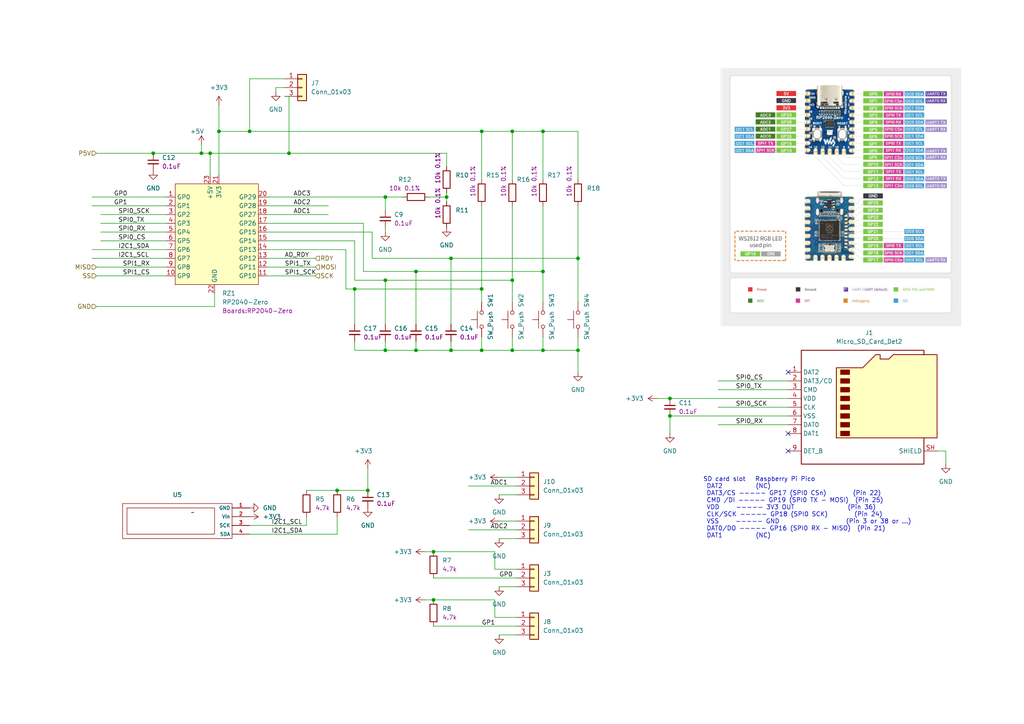
<source format=kicad_sch>
(kicad_sch (version 20230121) (generator eeschema)
  (paper "A4")
  (lib_symbols
    (symbol "Boards:0.91inchOled_32x128"
      (property "Reference" "U" (at -5.08 3.81 0))
      (symbol "0.91inchOled_32x128_0_1"
        (rectangle (start -25.4 2.54) (end 6.35 -7.62))
      )
      (symbol "0.91inchOled_32x128_1_0"
        (pin power_in line (at 11.43 1.27 180) (length 5.08) (name "GND") (number "1"))
        (pin power_in line (at 11.43 -1.27 180) (length 5.08) (name "Vin") (number "2"))
        (pin input line (at 11.43 -3.81 180) (length 5.08) (name "SCK") (number "3"))
        (pin bidirectional line (at 11.43 -6.35 180) (length 5.08) (name "SDA") (number "4"))
      )
      (symbol "0.91inchOled_32x128_1_1"
        (rectangle (start -24.13 1.27) (end 1.27 -6.35))
      )
    )
    (symbol "Boards:RP2040-Zero"
      (property "Reference" "RZ" (at 0 0 0))
      (property "Value" "RP2040-Zero" (at 0 -2.54 0))
      (property "Footprint" "Boards:RP2040-Zero" (at 17.78 -20.32 0))
      (symbol "RP2040-Zero_0_1"
        (rectangle (start -11.43 -15.24) (end 12.7 13.97) (fill (type background)))
      )
      (symbol "RP2040-Zero_1_1"
        (pin bidirectional line (at -13.97 10.16 0) (length 2.54) (name "GP0") (number "1"))
        (pin bidirectional line (at -13.97 -12.7 0) (length 2.54) (name "GP9") (number "10"))
        (pin bidirectional line (at 15.24 -12.7 180) (length 2.54) (name "GP10") (number "11"))
        (pin bidirectional line (at 15.24 -10.16 180) (length 2.54) (name "GP11") (number "12"))
        (pin bidirectional line (at 15.24 -7.62 180) (length 2.54) (name "GP12") (number "13"))
        (pin bidirectional line (at 15.24 -5.08 180) (length 2.54) (name "GP13") (number "14"))
        (pin bidirectional line (at 15.24 -2.54 180) (length 2.54) (name "GP14") (number "15"))
        (pin bidirectional line (at 15.24 0 180) (length 2.54) (name "GP15") (number "16"))
        (pin bidirectional line (at 15.24 2.54 180) (length 2.54) (name "GP26") (number "17"))
        (pin bidirectional line (at 15.24 5.08 180) (length 2.54) (name "GP27") (number "18"))
        (pin bidirectional line (at 15.24 7.62 180) (length 2.54) (name "GP28") (number "19"))
        (pin bidirectional line (at -13.97 7.62 0) (length 2.54) (name "GP1") (number "2"))
        (pin bidirectional line (at 15.24 10.16 180) (length 2.54) (name "GP29") (number "20"))
        (pin power_in line (at 1.27 16.51 270) (length 2.54) (name "3V3") (number "21"))
        (pin power_in line (at 0 -17.78 90) (length 2.54) (name "GND") (number "22"))
        (pin power_in line (at -1.27 16.51 270) (length 2.54) (name "+5V") (number "23"))
        (pin bidirectional line (at -13.97 5.08 0) (length 2.54) (name "GP2") (number "3"))
        (pin bidirectional line (at -13.97 2.54 0) (length 2.54) (name "GP3") (number "4"))
        (pin bidirectional line (at -13.97 0 0) (length 2.54) (name "GP4") (number "5"))
        (pin bidirectional line (at -13.97 -2.54 0) (length 2.54) (name "GP5") (number "6"))
        (pin bidirectional line (at -13.97 -5.08 0) (length 2.54) (name "GP6") (number "7"))
        (pin bidirectional line (at -13.97 -7.62 0) (length 2.54) (name "GP7") (number "8"))
        (pin bidirectional line (at -13.97 -10.16 0) (length 2.54) (name "GP8") (number "9"))
      )
    )
    (symbol "Connectors_local:Micro_SD_Card_Det2"
      (property "Reference" "J" (at -16.51 17.78 0))
      (property "Value" "Micro_SD_Card_Det2" (at 16.51 17.78 0))
      (symbol "Micro_SD_Card_Det2_0_1"
        (rectangle (start -7.62 -6.985) (end -5.08 -8.255) (stroke (width 0.254)) (fill (type outline)))
        (rectangle (start -7.62 -4.445) (end -5.08 -5.715) (stroke (width 0.254)) (fill (type outline)))
        (rectangle (start -7.62 -1.905) (end -5.08 -3.175) (stroke (width 0.254)) (fill (type outline)))
        (rectangle (start -7.62 0.635) (end -5.08 -0.635) (stroke (width 0.254)) (fill (type outline)))
        (rectangle (start -7.62 3.175) (end -5.08 1.905) (stroke (width 0.254)) (fill (type outline)))
        (rectangle (start -7.62 5.715) (end -5.08 4.445) (stroke (width 0.254)) (fill (type outline)))
        (rectangle (start -7.62 8.255) (end -5.08 6.985) (stroke (width 0.254)) (fill (type outline)))
        (rectangle (start -7.62 10.795) (end -5.08 9.525) (stroke (width 0.254)) (fill (type outline)))
        (polyline (pts (xy 16.51 15.24) (xy 16.51 16.51) (xy -19.05 16.51) (xy -19.05 -16.51) (xy 16.51 -16.51) (xy 16.51 -8.89)) (stroke (width 0.254)))
        (polyline (pts (xy -8.89 -8.89) (xy -8.89 11.43) (xy -1.27 11.43) (xy 2.54 15.24) (xy 3.81 15.24) (xy 3.81 13.97) (xy 6.35 13.97) (xy 7.62 15.24) (xy 20.32 15.24) (xy 20.32 -8.89) (xy -8.89 -8.89)) (stroke (width 0.254)) (fill (type background)))
      )
      (symbol "Micro_SD_Card_Det2_1_1"
        (pin bidirectional line (at -22.86 10.16 0) (length 3.81) (name "DAT2") (number "1"))
        (pin bidirectional line (at -22.86 7.62 0) (length 3.81) (name "DAT3/CD") (number "2"))
        (pin input line (at -22.86 5.08 0) (length 3.81) (name "CMD") (number "3"))
        (pin power_in line (at -22.86 2.54 0) (length 3.81) (name "VDD") (number "4"))
        (pin input line (at -22.86 0 0) (length 3.81) (name "CLK") (number "5"))
        (pin power_in line (at -22.86 -2.54 0) (length 3.81) (name "VSS") (number "6"))
        (pin bidirectional line (at -22.86 -5.08 0) (length 3.81) (name "DAT0") (number "7"))
        (pin bidirectional line (at -22.86 -7.62 0) (length 3.81) (name "DAT1") (number "8"))
        (pin passive line (at -22.86 -12.7 0) (length 3.81) (name "DET_B") (number "9"))
        (pin passive line (at 20.32 -12.7 180) (length 3.81) (name "SHIELD") (number "SH"))
      )
    )
    (symbol "PCM_4ms_Capacitor:100nF_0603_16V" (pin_numbers hide) (pin_names (offset 0.254) hide)
      (property "Reference" "C" (at 1.905 1.27 0))
      (property "Display" "0.1uF" (at 1.905 -1.27 0))
      (symbol "100nF_0603_16V_0_1"
        (polyline (pts (xy -1.524 -0.508) (xy 1.524 -0.508)) (stroke (width 0.3302)))
        (polyline (pts (xy -1.524 0.508) (xy 1.524 0.508)) (stroke (width 0.3048)))
      )
      (symbol "100nF_0603_16V_1_1"
        (pin passive line (at 0 2.54 270) (length 2.032) (name "~") (number "1"))
        (pin passive line (at 0 -2.54 90) (length 2.032) (name "~") (number "2"))
      )
    )
    (symbol "PCM_4ms_Connector:Conn_01x03" (pin_names (offset 1.016) hide)
      (property "Reference" "J" (at 0 5.08 0))
      (property "Value" "Conn_01x03" (at 0 -5.08 0))
      (symbol "Conn_01x03_1_1"
        (rectangle (start -1.27 -2.413) (end 0 -2.667) (stroke (width 0.1524)))
        (rectangle (start -1.27 0.127) (end 0 -0.127) (stroke (width 0.1524)))
        (rectangle (start -1.27 2.667) (end 0 2.413) (stroke (width 0.1524)))
        (rectangle (start -1.27 3.81) (end 1.27 -3.81) (stroke (width 0.254)) (fill (type background)))
        (pin passive line (at -5.08 2.54 0) (length 3.81) (name "Pin_1") (number "1"))
        (pin passive line (at -5.08 0 0) (length 3.81) (name "Pin_2") (number "2"))
        (pin passive line (at -5.08 -2.54 0) (length 3.81) (name "Pin_3") (number "3"))
      )
    )
    (symbol "PCM_4ms_Power-symbol:+3.3V" (power) (pin_names (offset 0))
      (property "Value" "+3.3V" (at 0 3.556 0))
      (symbol "+3.3V_0_1"
        (polyline (pts (xy -0.762 1.27) (xy 0 2.54)))
        (polyline (pts (xy 0 0) (xy 0 2.54)))
        (polyline (pts (xy 0 2.54) (xy 0.762 1.27)))
      )
      (symbol "+3.3V_1_1"
        (pin power_in line (at 0 0 90) (length 0) hide (name "+3V3") (number "1"))
      )
    )
    (symbol "PCM_4ms_Power-symbol:+5V" (power) (pin_names (offset 0))
      (property "Value" "+5V" (at 0 3.556 0))
      (symbol "+5V_0_1"
        (polyline (pts (xy -0.762 1.27) (xy 0 2.54)))
        (polyline (pts (xy 0 0) (xy 0 2.54)))
        (polyline (pts (xy 0 2.54) (xy 0.762 1.27)))
      )
      (symbol "+5V_1_1"
        (pin power_in line (at 0 0 90) (length 0) hide (name "+5V") (number "1"))
      )
    )
    (symbol "PCM_4ms_Power-symbol:GND" (power) (pin_names (offset 0))
      (property "Value" "GND" (at 0 -3.81 0))
      (symbol "GND_0_1"
        (polyline (pts (xy 0 0) (xy 0 -1.27) (xy 1.27 -1.27) (xy 0 -2.54) (xy -1.27 -1.27) (xy 0 -1.27)))
      )
      (symbol "GND_1_1"
        (pin power_in line (at 0 0 270) (length 0) hide (name "GND") (number "1"))
      )
    )
    (symbol "PCM_4ms_Resistor:10k_0603_0.1%" (pin_numbers hide) (pin_names (offset 0))
      (property "Reference" "R" (at 2.032 0 90))
      (property "Display" "10k 0.1%" (at 3.81 -4.445 90))
      (symbol "10k_0603_0.1%_0_1"
        (rectangle (start -1.016 -2.54) (end 1.016 2.54) (stroke (width 0.254)))
      )
      (symbol "10k_0603_0.1%_1_1"
        (pin passive line (at 0 3.81 270) (length 1.27) (name "~") (number "1"))
        (pin passive line (at 0 -3.81 90) (length 1.27) (name "~") (number "2"))
      )
    )
    (symbol "PCM_4ms_Resistor:4.7k_0603" (pin_numbers hide) (pin_names (offset 0))
      (property "Reference" "R" (at 2.032 0 90))
      (property "Display" "4.7k" (at 3.81 0 90))
      (symbol "4.7k_0603_0_1"
        (rectangle (start -1.016 -2.54) (end 1.016 2.54) (stroke (width 0.254)))
      )
      (symbol "4.7k_0603_1_1"
        (pin passive line (at 0 3.81 270) (length 1.27) (name "~") (number "1"))
        (pin passive line (at 0 -3.81 90) (length 1.27) (name "~") (number "2"))
      )
    )
    (symbol "Switch:SW_Push" (pin_numbers hide) (pin_names (offset 1.016) hide)
      (property "Reference" "SW" (at 1.27 2.54 0))
      (property "Value" "SW_Push" (at 0 -1.524 0))
      (symbol "SW_Push_0_1"
        (circle (center -2.032 0) (radius 0.508))
        (polyline (pts (xy 0 1.27) (xy 0 3.048)))
        (polyline (pts (xy 2.54 1.27) (xy -2.54 1.27)))
        (circle (center 2.032 0) (radius 0.508))
        (pin passive line (at -5.08 0 0) (length 2.54) (name "1") (number "1"))
        (pin passive line (at 5.08 0 180) (length 2.54) (name "2") (number "2"))
      )
    )
  )
  (junction (at 111.76 101.6))
  (junction (at 120.65 78.74))
  (junction (at 111.76 57.15))
  (junction (at 58.42 44.45))
  (junction (at 157.48 38.1))
  (junction (at 63.5 38.1))
  (junction (at 139.7 83.82))
  (junction (at 167.64 101.6))
  (junction (at 157.48 78.74))
  (junction (at 130.81 101.6))
  (junction (at 194.31 115.57))
  (junction (at 83.82 44.45))
  (junction (at 125.73 173.99))
  (junction (at 44.45 44.45))
  (junction (at 148.59 81.28))
  (junction (at 148.59 101.6))
  (junction (at 130.81 74.93))
  (junction (at 106.68 142.24))
  (junction (at 111.76 81.28))
  (junction (at 125.73 160.02))
  (junction (at 102.87 83.82))
  (junction (at 157.48 101.6))
  (junction (at 167.64 74.93))
  (junction (at 148.59 38.1))
  (junction (at 129.54 57.15))
  (junction (at 194.31 120.65))
  (junction (at 120.65 101.6))
  (junction (at 72.39 38.1))
  (junction (at 139.7 38.1))
  (junction (at 139.7 101.6))
  (junction (at 97.79 142.24))
  (junction (at 60.96 44.45))
  (no_connect (at 228.6 125.73))
  (no_connect (at 228.6 107.95))
  (no_connect (at 228.6 130.81))
  (wire (pts (xy 77.47 64.77) (xy 105.41 64.77)))
  (wire (pts (xy 135.89 153.67) (xy 149.86 153.67)))
  (wire (pts (xy 27.94 44.45) (xy 44.45 44.45)))
  (wire (pts (xy 102.87 83.82) (xy 139.7 83.82)))
  (wire (pts (xy 111.76 81.28) (xy 148.59 81.28)))
  (wire (pts (xy 77.47 74.93) (xy 91.44 74.93)))
  (wire (pts (xy 111.76 99.06) (xy 111.76 101.6)))
  (wire (pts (xy 26.67 72.39) (xy 48.26 72.39)))
  (wire (pts (xy 111.76 57.15) (xy 116.84 57.15)))
  (wire (pts (xy 130.81 101.6) (xy 139.7 101.6)))
  (wire (pts (xy 102.87 81.28) (xy 111.76 81.28)))
  (wire (pts (xy 62.23 88.9) (xy 62.23 85.09)))
  (wire (pts (xy 167.64 101.6) (xy 167.64 107.95)))
  (wire (pts (xy 77.47 72.39) (xy 100.33 72.39)))
  (wire (pts (xy 120.65 78.74) (xy 157.48 78.74)))
  (wire (pts (xy 27.94 80.01) (xy 48.26 80.01)))
  (wire (pts (xy 58.42 41.91) (xy 58.42 44.45)))
  (wire (pts (xy 125.73 173.99) (xy 143.51 173.99)))
  (wire (pts (xy 102.87 101.6) (xy 111.76 101.6)))
  (wire (pts (xy 123.19 173.99) (xy 125.73 173.99)))
  (wire (pts (xy 143.51 179.07) (xy 149.86 179.07)))
  (wire (pts (xy 143.51 173.99) (xy 143.51 179.07)))
  (wire (pts (xy 125.73 181.61) (xy 149.86 181.61)))
  (wire (pts (xy 60.96 44.45) (xy 60.96 50.8)))
  (wire (pts (xy 144.78 143.51) (xy 149.86 143.51)))
  (wire (pts (xy 77.47 57.15) (xy 111.76 57.15)))
  (wire (pts (xy 194.31 115.57) (xy 228.6 115.57)))
  (wire (pts (xy 100.33 83.82) (xy 102.87 83.82)))
  (wire (pts (xy 129.54 57.15) (xy 129.54 58.42)))
  (wire (pts (xy 63.5 30.48) (xy 63.5 38.1)))
  (wire (pts (xy 82.55 22.86) (xy 72.39 22.86)))
  (wire (pts (xy 130.81 99.06) (xy 130.81 101.6)))
  (wire (pts (xy 139.7 38.1) (xy 148.59 38.1)))
  (wire (pts (xy 77.47 69.85) (xy 102.87 69.85)))
  (wire (pts (xy 97.79 154.94) (xy 97.79 149.86)))
  (wire (pts (xy 167.64 74.93) (xy 167.64 87.63)))
  (wire (pts (xy 102.87 83.82) (xy 102.87 93.98)))
  (wire (pts (xy 63.5 38.1) (xy 63.5 50.8)))
  (wire (pts (xy 111.76 60.96) (xy 111.76 57.15)))
  (wire (pts (xy 125.73 160.02) (xy 143.51 160.02)))
  (wire (pts (xy 111.76 101.6) (xy 120.65 101.6)))
  (wire (pts (xy 228.6 120.65) (xy 194.31 120.65)))
  (wire (pts (xy 194.31 120.65) (xy 194.31 125.73)))
  (wire (pts (xy 271.78 130.81) (xy 274.32 130.81)))
  (wire (pts (xy 72.39 152.4) (xy 88.9 152.4)))
  (wire (pts (xy 111.76 66.04) (xy 111.76 67.31)))
  (wire (pts (xy 107.95 67.31) (xy 107.95 74.93)))
  (wire (pts (xy 63.5 38.1) (xy 72.39 38.1)))
  (wire (pts (xy 208.28 118.11) (xy 228.6 118.11)))
  (wire (pts (xy 148.59 101.6) (xy 157.48 101.6)))
  (wire (pts (xy 60.96 44.45) (xy 83.82 44.45)))
  (wire (pts (xy 139.7 97.79) (xy 139.7 101.6)))
  (wire (pts (xy 130.81 74.93) (xy 167.64 74.93)))
  (wire (pts (xy 129.54 55.88) (xy 129.54 57.15)))
  (wire (pts (xy 120.65 99.06) (xy 120.65 101.6)))
  (wire (pts (xy 208.28 113.03) (xy 228.6 113.03)))
  (wire (pts (xy 123.19 160.02) (xy 125.73 160.02)))
  (wire (pts (xy 72.39 22.86) (xy 72.39 38.1)))
  (wire (pts (xy 120.65 78.74) (xy 120.65 93.98)))
  (wire (pts (xy 83.82 27.94) (xy 83.82 44.45)))
  (wire (pts (xy 143.51 160.02) (xy 143.51 165.1)))
  (wire (pts (xy 106.68 135.89) (xy 106.68 142.24)))
  (wire (pts (xy 148.59 81.28) (xy 148.59 87.63)))
  (wire (pts (xy 77.47 67.31) (xy 107.95 67.31)))
  (wire (pts (xy 29.21 62.23) (xy 48.26 62.23)))
  (wire (pts (xy 167.64 97.79) (xy 167.64 101.6)))
  (wire (pts (xy 190.5 115.57) (xy 194.31 115.57)))
  (wire (pts (xy 44.45 44.45) (xy 58.42 44.45)))
  (wire (pts (xy 208.28 110.49) (xy 228.6 110.49)))
  (wire (pts (xy 167.64 59.69) (xy 167.64 74.93)))
  (wire (pts (xy 148.59 97.79) (xy 148.59 101.6)))
  (wire (pts (xy 105.41 78.74) (xy 120.65 78.74)))
  (wire (pts (xy 77.47 80.01) (xy 91.44 80.01)))
  (wire (pts (xy 130.81 74.93) (xy 130.81 93.98)))
  (wire (pts (xy 77.47 59.69) (xy 95.25 59.69)))
  (wire (pts (xy 88.9 142.24) (xy 97.79 142.24)))
  (wire (pts (xy 107.95 74.93) (xy 130.81 74.93)))
  (wire (pts (xy 26.67 74.93) (xy 48.26 74.93)))
  (wire (pts (xy 58.42 44.45) (xy 60.96 44.45)))
  (wire (pts (xy 120.65 101.6) (xy 130.81 101.6)))
  (wire (pts (xy 274.32 130.81) (xy 274.32 134.62)))
  (wire (pts (xy 129.54 44.45) (xy 129.54 48.26)))
  (wire (pts (xy 100.33 72.39) (xy 100.33 83.82)))
  (wire (pts (xy 144.78 184.15) (xy 149.86 184.15)))
  (wire (pts (xy 27.94 88.9) (xy 62.23 88.9)))
  (wire (pts (xy 27.94 77.47) (xy 48.26 77.47)))
  (wire (pts (xy 144.78 151.13) (xy 149.86 151.13)))
  (wire (pts (xy 144.78 138.43) (xy 149.86 138.43)))
  (wire (pts (xy 139.7 83.82) (xy 139.7 87.63)))
  (wire (pts (xy 111.76 81.28) (xy 111.76 93.98)))
  (wire (pts (xy 139.7 38.1) (xy 139.7 52.07)))
  (wire (pts (xy 144.78 170.18) (xy 149.86 170.18)))
  (wire (pts (xy 144.78 156.21) (xy 149.86 156.21)))
  (wire (pts (xy 77.47 62.23) (xy 95.25 62.23)))
  (wire (pts (xy 143.51 165.1) (xy 149.86 165.1)))
  (wire (pts (xy 48.26 64.77) (xy 29.21 64.77)))
  (wire (pts (xy 26.67 57.15) (xy 48.26 57.15)))
  (wire (pts (xy 157.48 59.69) (xy 157.48 78.74)))
  (wire (pts (xy 148.59 59.69) (xy 148.59 81.28)))
  (wire (pts (xy 82.55 27.94) (xy 83.82 27.94)))
  (wire (pts (xy 157.48 78.74) (xy 157.48 87.63)))
  (wire (pts (xy 105.41 64.77) (xy 105.41 78.74)))
  (wire (pts (xy 208.28 123.19) (xy 228.6 123.19)))
  (wire (pts (xy 157.48 101.6) (xy 167.64 101.6)))
  (wire (pts (xy 26.67 59.69) (xy 48.26 59.69)))
  (wire (pts (xy 135.89 140.97) (xy 149.86 140.97)))
  (wire (pts (xy 80.01 26.67) (xy 80.01 25.4)))
  (wire (pts (xy 157.48 38.1) (xy 167.64 38.1)))
  (wire (pts (xy 102.87 69.85) (xy 102.87 81.28)))
  (wire (pts (xy 80.01 25.4) (xy 82.55 25.4)))
  (wire (pts (xy 157.48 38.1) (xy 157.48 52.07)))
  (wire (pts (xy 29.21 69.85) (xy 48.26 69.85)))
  (wire (pts (xy 157.48 97.79) (xy 157.48 101.6)))
  (wire (pts (xy 125.73 167.64) (xy 149.86 167.64)))
  (wire (pts (xy 124.46 57.15) (xy 129.54 57.15)))
  (wire (pts (xy 88.9 149.86) (xy 88.9 152.4)))
  (wire (pts (xy 29.21 67.31) (xy 48.26 67.31)))
  (wire (pts (xy 83.82 44.45) (xy 129.54 44.45)))
  (wire (pts (xy 139.7 59.69) (xy 139.7 83.82)))
  (wire (pts (xy 102.87 99.06) (xy 102.87 101.6)))
  (wire (pts (xy 148.59 38.1) (xy 148.59 52.07)))
  (wire (pts (xy 148.59 38.1) (xy 157.48 38.1)))
  (wire (pts (xy 167.64 38.1) (xy 167.64 52.07)))
  (wire (pts (xy 106.68 142.24) (xy 97.79 142.24)))
  (wire (pts (xy 139.7 101.6) (xy 148.59 101.6)))
  (wire (pts (xy 72.39 154.94) (xy 97.79 154.94)))
  (wire (pts (xy 77.47 77.47) (xy 91.44 77.47)))
  (wire (pts (xy 72.39 38.1) (xy 139.7 38.1)))
  (image (at 243.84 57.15) (scale 0.916669))
  (text "      SD card slot   Raspberry Pi Pico\n       DAT2          (NC)\n       DAT3/CS ----- GP17 (SPI0 CSn)        (Pin 22)\n       CMD /DI ----- GP19 (SPI0 TX - MOSI)  (Pin 25)\n       VDD     ----- 3V3 OUT                (Pin 36)\n       CLK/SCK ----- GP18 (SPI0 SCK)        (Pin 24)\n       VSS     ----- GND                    (Pin 3 or 38 or ...)\n       DAT0/DO ----- GP16 (SPI0 RX - MISO)  (Pin 21)\n       DAT1          (NC)" (at 198.12 156.21 0) (effects (font (size 1.27 1.27)) (justify left bottom)))
  (label "GP0" (at 144.78 167.64 0))
  (label "GP1" (at 139.7 181.61 0))
  (label "SPI0_TX" (at 34.29 64.77 0))
  (label "SPI0_SCK" (at 213.36 118.11 0))
  (label "SPI0_TX" (at 213.36 113.03 0))
  (label "I2C1_SDA" (at 34.29 72.39 0))
  (label "GP1" (at 33.02 59.69 0))
  (label "I2C1_SDA" (at 78.74 154.94 0))
  (label "ADC1" (at 85.09 62.23 0))
  (label "I2C1_SCL" (at 78.74 152.4 0))
  (label "SPI0_CS" (at 213.36 110.49 0))
  (label "SPI1_SCK" (at 82.55 80.01 0))
  (label "SPI1_TX" (at 82.55 77.47 0))
  (label "GP0" (at 33.02 57.15 0))
  (label "ADC2" (at 142.24 153.67 0))
  (label "SPI0_CS" (at 34.29 69.85 0))
  (label "SPI1_RX" (at 35.56 77.47 0))
  (label "SPI0_RX" (at 213.36 123.19 0))
  (label "AD_RDY" (at 82.55 74.93 0))
  (label "SPI1_CS" (at 35.56 80.01 0))
  (label "I2C1_SCL" (at 34.29 74.93 0))
  (label "SPI0_SCK" (at 34.29 62.23 0))
  (label "ADC3" (at 85.09 57.15 0))
  (label "ADC1" (at 142.24 140.97 0))
  (label "SPI0_RX" (at 34.29 67.31 0))
  (label "ADC2" (at 85.09 59.69 0))
  (hierarchical_label "MISO" (shape input) (at 27.94 77.47 180))
  (hierarchical_label "MOSI" (shape input) (at 91.44 77.47 0))
  (hierarchical_label "P5V" (shape input) (at 27.94 44.45 180))
  (hierarchical_label "SS" (shape input) (at 27.94 80.01 180))
  (hierarchical_label "SCK" (shape input) (at 91.44 80.01 0))
  (hierarchical_label "RDY" (shape input) (at 91.44 74.93 0))
  (hierarchical_label "GND" (shape input) (at 27.94 88.9 180))
  (symbol (lib_id "PCM_4ms_Power-symbol:GND") (at 44.45 49.53 0) (unit 1)
    (property "Reference" "#PWR019" (effects hide))
    (property "Value" "GND" (at 44.45 54.61 0))
  )
  (symbol (lib_id "Switch:SW_Push") (at 139.7 92.71 90) (unit 1)
    (property "Reference" "SW1" (at 142.24 85.09 0) (effects (justify right)))
    (property "Value" "SW_Push" (at 142.24 90.17 0) (effects (justify right)))
    (property "Footprint" "Button_Switch_THT:SW_PUSH_6mm_H4.3mm" (effects hide))
  )
  (symbol (lib_id "PCM_4ms_Capacitor:100nF_0603_16V") (at 194.31 118.11 0) (unit 1)
    (property "Reference" "C11" (at 196.85 116.8463 0) (effects (justify left)))
    (property "Value" "100nF_0603_16V" (effects hide))
    (property "Footprint" "PCM_4ms_Capacitor:C_0603" (effects hide))
    (property "Specifications" "0.1uF, Min. 16V 10%, X7R or X5R or similar" (effects hide))
    (property "Manufacturer" "AVX Corporation" (effects hide))
    (property "Part Number" "0603YC104KAT2A" (effects hide))
    (property "Display" "0.1uF" (at 196.85 119.3863 0) (effects (justify left)))
    (property "JLCPCB ID" "C14663" (effects hide))
  )
  (symbol (lib_id "PCM_4ms_Power-symbol:GND") (at 144.78 170.18 0) (unit 1)
    (property "Reference" "#PWR023" (effects hide))
    (property "Value" "GND" (at 144.78 175.26 0))
  )
  (symbol (lib_id "PCM_4ms_Power-symbol:GND") (at 111.76 67.31 0) (unit 1)
    (property "Reference" "#PWR021" (effects hide))
    (property "Value" "GND" (at 111.76 72.39 0))
  )
  (symbol (lib_id "PCM_4ms_Power-symbol:GND") (at 144.78 143.51 0) (unit 1)
    (property "Reference" "#PWR034" (effects hide))
    (property "Value" "GND" (at 144.78 148.59 0))
  )
  (symbol (lib_id "Boards:RP2040-Zero") (at 62.23 67.31 0) (unit 1)
    (property "Reference" "RZ1" (at 64.4241 85.09 0) (effects (justify left)))
    (property "Value" "RP2040-Zero" (at 64.4241 87.63 0) (effects (justify left)))
    (property "Footprint" "Boards:RP2040-Zero" (at 64.4241 90.17 0) (effects (justify left)))
  )
  (symbol (lib_id "PCM_4ms_Capacitor:100nF_0603_16V") (at 106.68 144.78 0) (unit 1)
    (property "Reference" "C13" (at 109.22 143.5163 0) (effects (justify left)))
    (property "Value" "100nF_0603_16V" (effects hide))
    (property "Footprint" "PCM_4ms_Capacitor:C_0603" (effects hide))
    (property "Specifications" "0.1uF, Min. 16V 10%, X7R or X5R or similar" (effects hide))
    (property "Manufacturer" "AVX Corporation" (effects hide))
    (property "Part Number" "0603YC104KAT2A" (effects hide))
    (property "Display" "0.1uF" (at 109.22 146.0563 0) (effects (justify left)))
    (property "JLCPCB ID" "C14663" (effects hide))
  )
  (symbol (lib_id "PCM_4ms_Power-symbol:+3.3V") (at 123.19 173.99 90) (unit 1)
    (property "Reference" "#PWR029" (effects hide))
    (property "Value" "+3.3V" (at 116.84 173.99 90))
  )
  (symbol (lib_id "PCM_4ms_Power-symbol:GND") (at 80.01 26.67 0) (unit 1)
    (property "Reference" "#PWR028" (effects hide))
    (property "Value" "GND" (at 80.01 31.75 0))
  )
  (symbol (lib_id "PCM_4ms_Resistor:10k_0603_0.1%") (at 129.54 62.23 0) (unit 1)
    (property "Reference" "R11" (at 132.08 60.96 0) (effects (justify left)))
    (property "Value" "10k_0603_0.1%" (effects hide))
    (property "Footprint" "PCM_4ms_Resistor:R_0603" (effects hide))
    (property "Display" "10k 0.1%" (at 127 63.5 90) (effects (justify left)))
    (property "Specifications" "10k, 0.1%, 1/16W, 0603, 25ppm" (effects hide))
    (property "Manufacturer" "Panasonic" (effects hide))
    (property "Part Number" "ERJ-PB3B1002V" (effects hide))
    (property "Manufacturer 2" "Yageo" (effects hide))
    (property "Part Number 2" "RT0603BRD1010KL" (effects hide))
  )
  (symbol (lib_id "PCM_4ms_Power-symbol:GND") (at 274.32 134.62 0) (unit 1)
    (property "Reference" "#PWR015" (effects hide))
    (property "Value" "GND" (at 274.32 139.7 0))
  )
  (symbol (lib_id "PCM_4ms_Resistor:4.7k_0603") (at 125.73 163.83 0) (unit 1)
    (property "Reference" "R7" (at 128.27 162.56 0) (effects (justify left)))
    (property "Value" "4.7k_0603" (effects hide))
    (property "Footprint" "PCM_4ms_Resistor:R_0603" (effects hide))
    (property "Specifications" "4k7, 1%, 1/10W, 0603" (effects hide))
    (property "Manufacturer" "Yageo" (effects hide))
    (property "Part Number" "RC0603FR-074K7L" (effects hide))
    (property "Display" "4.7k" (at 128.27 165.1 0) (effects (justify left)))
    (property "JLCPCB ID" "C23162" (effects hide))
  )
  (symbol (lib_id "PCM_4ms_Capacitor:100nF_0603_16V") (at 102.87 96.52 0) (unit 1)
    (property "Reference" "C17" (at 105.41 95.2563 0) (effects (justify left)))
    (property "Value" "100nF_0603_16V" (effects hide))
    (property "Footprint" "PCM_4ms_Capacitor:C_0603" (effects hide))
    (property "Specifications" "0.1uF, Min. 16V 10%, X7R or X5R or similar" (effects hide))
    (property "Manufacturer" "AVX Corporation" (effects hide))
    (property "Part Number" "0603YC104KAT2A" (effects hide))
    (property "Display" "0.1uF" (at 105.41 97.7963 0) (effects (justify left)))
    (property "JLCPCB ID" "C14663" (effects hide))
  )
  (symbol (lib_id "PCM_4ms_Power-symbol:GND") (at 106.68 147.32 0) (unit 1)
    (property "Reference" "#PWR025" (effects hide))
    (property "Value" "GND" (at 106.68 152.4 0))
  )
  (symbol (lib_id "PCM_4ms_Connector:Conn_01x03") (at 154.94 167.64 0) (unit 1)
    (property "Reference" "J3" (at 157.48 166.37 0) (effects (justify left)))
    (property "Value" "Conn_01x03" (at 157.48 168.91 0) (effects (justify left)))
    (property "Footprint" "PCM_4ms_Connector:Pins_1x03_2.54mm_TH_AudioInsRGndL" (effects hide))
    (property "Specifications" "HEADER 1x3 MALE PINS 0.100” 180deg" (effects hide))
    (property "Manufacturer" "TAD" (effects hide))
    (property "Part Number" "1-0301FBV0T" (effects hide))
  )
  (symbol (lib_id "PCM_4ms_Connector:Conn_01x03") (at 154.94 140.97 0) (unit 1)
    (property "Reference" "J10" (at 157.48 139.7 0) (effects (justify left)))
    (property "Value" "Conn_01x03" (at 157.48 142.24 0) (effects (justify left)))
    (property "Footprint" "PCM_4ms_Connector:Pins_1x03_2.54mm_TH_AudioInsRGndL" (effects hide))
    (property "Specifications" "HEADER 1x3 MALE PINS 0.100” 180deg" (effects hide))
    (property "Manufacturer" "TAD" (effects hide))
    (property "Part Number" "1-0301FBV0T" (effects hide))
  )
  (symbol (lib_id "PCM_4ms_Connector:Conn_01x03") (at 87.63 25.4 0) (unit 1)
    (property "Reference" "J7" (at 90.17 24.13 0) (effects (justify left)))
    (property "Value" "Conn_01x03" (at 90.17 26.67 0) (effects (justify left)))
    (property "Footprint" "PCM_4ms_Connector:Pins_1x03_2.54mm_TH_AudioInsRGndL" (effects hide))
    (property "Specifications" "HEADER 1x3 MALE PINS 0.100” 180deg" (effects hide))
    (property "Manufacturer" "TAD" (effects hide))
    (property "Part Number" "1-0301FBV0T" (effects hide))
  )
  (symbol (lib_id "PCM_4ms_Capacitor:100nF_0603_16V") (at 44.45 46.99 0) (unit 1)
    (property "Reference" "C12" (at 46.99 45.7263 0) (effects (justify left)))
    (property "Value" "100nF_0603_16V" (effects hide))
    (property "Footprint" "PCM_4ms_Capacitor:C_0603" (effects hide))
    (property "Specifications" "0.1uF, Min. 16V 10%, X7R or X5R or similar" (effects hide))
    (property "Manufacturer" "AVX Corporation" (effects hide))
    (property "Part Number" "0603YC104KAT2A" (effects hide))
    (property "Display" "0.1uF" (at 46.99 48.2663 0) (effects (justify left)))
    (property "JLCPCB ID" "C14663" (effects hide))
  )
  (symbol (lib_id "PCM_4ms_Capacitor:100nF_0603_16V") (at 130.81 96.52 0) (unit 1)
    (property "Reference" "C14" (at 133.35 95.2563 0) (effects (justify left)))
    (property "Value" "100nF_0603_16V" (effects hide))
    (property "Footprint" "PCM_4ms_Capacitor:C_0603" (effects hide))
    (property "Specifications" "0.1uF, Min. 16V 10%, X7R or X5R or similar" (effects hide))
    (property "Manufacturer" "AVX Corporation" (effects hide))
    (property "Part Number" "0603YC104KAT2A" (effects hide))
    (property "Display" "0.1uF" (at 133.35 97.7963 0) (effects (justify left)))
    (property "JLCPCB ID" "C14663" (effects hide))
  )
  (symbol (lib_id "PCM_4ms_Capacitor:100nF_0603_16V") (at 120.65 96.52 0) (unit 1)
    (property "Reference" "C15" (at 123.19 95.2563 0) (effects (justify left)))
    (property "Value" "100nF_0603_16V" (effects hide))
    (property "Footprint" "PCM_4ms_Capacitor:C_0603" (effects hide))
    (property "Specifications" "0.1uF, Min. 16V 10%, X7R or X5R or similar" (effects hide))
    (property "Manufacturer" "AVX Corporation" (effects hide))
    (property "Part Number" "0603YC104KAT2A" (effects hide))
    (property "Display" "0.1uF" (at 123.19 97.7963 0) (effects (justify left)))
    (property "JLCPCB ID" "C14663" (effects hide))
  )
  (symbol (lib_id "PCM_4ms_Connector:Conn_01x03") (at 154.94 153.67 0) (unit 1)
    (property "Reference" "J9" (at 157.48 152.4 0) (effects (justify left)))
    (property "Value" "Conn_01x03" (at 157.48 154.94 0) (effects (justify left)))
    (property "Footprint" "PCM_4ms_Connector:Pins_1x03_2.54mm_TH_AudioInsRGndL" (effects hide))
    (property "Specifications" "HEADER 1x3 MALE PINS 0.100” 180deg" (effects hide))
    (property "Manufacturer" "TAD" (effects hide))
    (property "Part Number" "1-0301FBV0T" (effects hide))
  )
  (symbol (lib_id "PCM_4ms_Power-symbol:GND") (at 72.39 147.32 90) (unit 1)
    (property "Reference" "#PWR017" (effects hide))
    (property "Value" "GND" (at 76.2 147.32 90) (effects (justify right)))
  )
  (symbol (lib_id "PCM_4ms_Power-symbol:+3.3V") (at 123.19 160.02 90) (unit 1)
    (property "Reference" "#PWR022" (effects hide))
    (property "Value" "+3.3V" (at 116.84 160.02 90))
  )
  (symbol (lib_id "PCM_4ms_Resistor:10k_0603_0.1%") (at 157.48 55.88 0) (unit 1)
    (property "Reference" "R17" (at 158.75 50.8 0) (effects (justify left)))
    (property "Value" "10k_0603_0.1%" (effects hide))
    (property "Footprint" "PCM_4ms_Resistor:R_0603" (effects hide))
    (property "Display" "10k 0.1%" (at 154.94 57.15 90) (effects (justify left)))
    (property "Specifications" "10k, 0.1%, 1/16W, 0603, 25ppm" (effects hide))
    (property "Manufacturer" "Panasonic" (effects hide))
    (property "Part Number" "ERJ-PB3B1002V" (effects hide))
    (property "Manufacturer 2" "Yageo" (effects hide))
    (property "Part Number 2" "RT0603BRD1010KL" (effects hide))
  )
  (symbol (lib_id "PCM_4ms_Power-symbol:+5V") (at 58.42 41.91 0) (unit 1)
    (property "Reference" "#PWR026" (effects hide))
    (property "Value" "+5V" (at 57.15 38.1 0))
  )
  (symbol (lib_id "PCM_4ms_Power-symbol:+3.3V") (at 106.68 135.89 0) (unit 1)
    (property "Reference" "#PWR018" (effects hide))
    (property "Value" "+3.3V" (at 105.41 130.81 0))
  )
  (symbol (lib_id "PCM_4ms_Power-symbol:+3.3V") (at 144.78 138.43 90) (unit 1)
    (property "Reference" "#PWR033" (effects hide))
    (property "Value" "+3.3V" (at 138.43 138.43 90))
  )
  (symbol (lib_id "PCM_4ms_Connector:Conn_01x03") (at 154.94 181.61 0) (unit 1)
    (property "Reference" "J8" (at 157.48 180.34 0) (effects (justify left)))
    (property "Value" "Conn_01x03" (at 157.48 182.88 0) (effects (justify left)))
    (property "Footprint" "PCM_4ms_Connector:Pins_1x03_2.54mm_TH_AudioInsRGndL" (effects hide))
    (property "Specifications" "HEADER 1x3 MALE PINS 0.100” 180deg" (effects hide))
    (property "Manufacturer" "TAD" (effects hide))
    (property "Part Number" "1-0301FBV0T" (effects hide))
  )
  (symbol (lib_id "PCM_4ms_Power-symbol:GND") (at 167.64 107.95 0) (unit 1)
    (property "Reference" "#PWR024" (effects hide))
    (property "Value" "GND" (at 167.64 113.03 0))
  )
  (symbol (lib_id "PCM_4ms_Power-symbol:+3.3V") (at 144.78 151.13 90) (unit 1)
    (property "Reference" "#PWR031" (effects hide))
    (property "Value" "+3.3V" (at 138.43 151.13 90))
  )
  (symbol (lib_id "Switch:SW_Push") (at 148.59 92.71 90) (unit 1)
    (property "Reference" "SW2" (at 151.13 85.09 0) (effects (justify right)))
    (property "Value" "SW_Push" (at 151.13 90.17 0) (effects (justify right)))
    (property "Footprint" "Button_Switch_THT:SW_PUSH_6mm_H4.3mm" (effects hide))
  )
  (symbol (lib_id "PCM_4ms_Power-symbol:GND") (at 144.78 184.15 0) (unit 1)
    (property "Reference" "#PWR030" (effects hide))
    (property "Value" "GND" (at 144.78 189.23 0))
  )
  (symbol (lib_id "PCM_4ms_Resistor:10k_0603_0.1%") (at 148.59 55.88 0) (unit 1)
    (property "Reference" "R16" (at 149.86 52.07 0) (effects (justify left)))
    (property "Value" "10k_0603_0.1%" (effects hide))
    (property "Footprint" "PCM_4ms_Resistor:R_0603" (effects hide))
    (property "Display" "10k 0.1%" (at 146.05 57.15 90) (effects (justify left)))
    (property "Specifications" "10k, 0.1%, 1/16W, 0603, 25ppm" (effects hide))
    (property "Manufacturer" "Panasonic" (effects hide))
    (property "Part Number" "ERJ-PB3B1002V" (effects hide))
    (property "Manufacturer 2" "Yageo" (effects hide))
    (property "Part Number 2" "RT0603BRD1010KL" (effects hide))
  )
  (symbol (lib_id "PCM_4ms_Power-symbol:GND") (at 129.54 66.04 0) (unit 1)
    (property "Reference" "#PWR020" (effects hide))
    (property "Value" "GND" (at 129.54 71.12 0))
  )
  (symbol (lib_id "Switch:SW_Push") (at 167.64 92.71 90) (unit 1)
    (property "Reference" "SW4" (at 170.18 85.09 0) (effects (justify right)))
    (property "Value" "SW_Push" (at 170.18 90.17 0) (effects (justify right)))
    (property "Footprint" "Button_Switch_THT:SW_PUSH_6mm_H4.3mm" (effects hide))
  )
  (symbol (lib_id "Connectors_local:Micro_SD_Card_Det2") (at 251.46 118.11 0) (unit 1)
    (property "Reference" "J1" (at 252.095 96.52 0))
    (property "Value" "Micro_SD_Card_Det2" (at 252.095 99.06 0))
    (property "Footprint" "Connectors_local:J_SD_Card-micro_socket_A" (effects hide))
    (property "Datasheet" "https://www.hirose.com/en/product/document?clcode=&productname=&series=DM3&documenttype=Catalog&lang=en&documentid=D49662_en" (effects hide))
  )
  (symbol (lib_id "PCM_4ms_Power-symbol:+3.3V") (at 72.39 149.86 270) (unit 1)
    (property "Reference" "#PWR016" (effects hide))
    (property "Value" "+3.3V" (at 76.2 149.86 90) (effects (justify left)))
  )
  (symbol (lib_id "PCM_4ms_Power-symbol:+3.3V") (at 63.5 30.48 0) (unit 1)
    (property "Reference" "#PWR027" (effects hide))
    (property "Value" "+3.3V" (at 63.5 25.4 0))
  )
  (symbol (lib_id "PCM_4ms_Resistor:4.7k_0603") (at 88.9 146.05 0) (unit 1)
    (property "Reference" "R5" (at 91.44 144.78 0) (effects (justify left)))
    (property "Value" "4.7k_0603" (effects hide))
    (property "Footprint" "PCM_4ms_Resistor:R_0603" (effects hide))
    (property "Specifications" "4k7, 1%, 1/10W, 0603" (effects hide))
    (property "Manufacturer" "Yageo" (effects hide))
    (property "Part Number" "RC0603FR-074K7L" (effects hide))
    (property "Display" "4.7k" (at 91.44 147.32 0) (effects (justify left)))
    (property "JLCPCB ID" "C23162" (effects hide))
  )
  (symbol (lib_id "PCM_4ms_Capacitor:100nF_0603_16V") (at 111.76 63.5 0) (unit 1)
    (property "Reference" "C9" (at 114.3 62.2363 0) (effects (justify left)))
    (property "Value" "100nF_0603_16V" (effects hide))
    (property "Footprint" "PCM_4ms_Capacitor:C_0603" (effects hide))
    (property "Specifications" "0.1uF, Min. 16V 10%, X7R or X5R or similar" (effects hide))
    (property "Manufacturer" "AVX Corporation" (effects hide))
    (property "Part Number" "0603YC104KAT2A" (effects hide))
    (property "Display" "0.1uF" (at 114.3 64.7763 0) (effects (justify left)))
    (property "JLCPCB ID" "C14663" (effects hide))
  )
  (symbol (lib_id "PCM_4ms_Power-symbol:+3.3V") (at 190.5 115.57 90) (unit 1)
    (property "Reference" "#PWR013" (effects hide))
    (property "Value" "+3.3V" (at 186.69 115.57 90) (effects (justify left)))
  )
  (symbol (lib_id "PCM_4ms_Capacitor:100nF_0603_16V") (at 111.76 96.52 0) (unit 1)
    (property "Reference" "C16" (at 114.3 95.2563 0) (effects (justify left)))
    (property "Value" "100nF_0603_16V" (effects hide))
    (property "Footprint" "PCM_4ms_Capacitor:C_0603" (effects hide))
    (property "Specifications" "0.1uF, Min. 16V 10%, X7R or X5R or similar" (effects hide))
    (property "Manufacturer" "AVX Corporation" (effects hide))
    (property "Part Number" "0603YC104KAT2A" (effects hide))
    (property "Display" "0.1uF" (at 114.3 97.7963 0) (effects (justify left)))
    (property "JLCPCB ID" "C14663" (effects hide))
  )
  (symbol (lib_id "PCM_4ms_Resistor:10k_0603_0.1%") (at 139.7 55.88 0) (unit 1)
    (property "Reference" "R15" (at 140.97 50.8 0) (effects (justify left)))
    (property "Value" "10k_0603_0.1%" (effects hide))
    (property "Footprint" "PCM_4ms_Resistor:R_0603" (effects hide))
    (property "Display" "10k 0.1%" (at 137.16 57.15 90) (effects (justify left)))
    (property "Specifications" "10k, 0.1%, 1/16W, 0603, 25ppm" (effects hide))
    (property "Manufacturer" "Panasonic" (effects hide))
    (property "Part Number" "ERJ-PB3B1002V" (effects hide))
    (property "Manufacturer 2" "Yageo" (effects hide))
    (property "Part Number 2" "RT0603BRD1010KL" (effects hide))
  )
  (symbol (lib_id "PCM_4ms_Power-symbol:GND") (at 144.78 156.21 0) (unit 1)
    (property "Reference" "#PWR032" (effects hide))
    (property "Value" "GND" (at 144.78 161.29 0))
  )
  (symbol (lib_id "PCM_4ms_Resistor:4.7k_0603") (at 97.79 146.05 0) (unit 1)
    (property "Reference" "R6" (at 100.33 144.78 0) (effects (justify left)))
    (property "Value" "4.7k_0603" (effects hide))
    (property "Footprint" "PCM_4ms_Resistor:R_0603" (effects hide))
    (property "Specifications" "4k7, 1%, 1/10W, 0603" (effects hide))
    (property "Manufacturer" "Yageo" (effects hide))
    (property "Part Number" "RC0603FR-074K7L" (effects hide))
    (property "Display" "4.7k" (at 100.33 147.32 0) (effects (justify left)))
    (property "JLCPCB ID" "C23162" (effects hide))
  )
  (symbol (lib_id "PCM_4ms_Resistor:10k_0603_0.1%") (at 129.54 52.07 0) (unit 1)
    (property "Reference" "R10" (at 132.08 50.8 0) (effects (justify left)))
    (property "Value" "10k_0603_0.1%" (effects hide))
    (property "Footprint" "PCM_4ms_Resistor:R_0603" (effects hide))
    (property "Display" "10k 0.1%" (at 127 53.34 90) (effects (justify left)))
    (property "Specifications" "10k, 0.1%, 1/16W, 0603, 25ppm" (effects hide))
    (property "Manufacturer" "Panasonic" (effects hide))
    (property "Part Number" "ERJ-PB3B1002V" (effects hide))
    (property "Manufacturer 2" "Yageo" (effects hide))
    (property "Part Number 2" "RT0603BRD1010KL" (effects hide))
  )
  (symbol (lib_id "PCM_4ms_Resistor:10k_0603_0.1%") (at 167.64 55.88 0) (unit 1)
    (property "Reference" "R18" (at 170.18 54.61 0) (effects (justify left)))
    (property "Value" "10k_0603_0.1%" (effects hide))
    (property "Footprint" "PCM_4ms_Resistor:R_0603" (effects hide))
    (property "Display" "10k 0.1%" (at 165.1 57.15 90) (effects (justify left)))
    (property "Specifications" "10k, 0.1%, 1/16W, 0603, 25ppm" (effects hide))
    (property "Manufacturer" "Panasonic" (effects hide))
    (property "Part Number" "ERJ-PB3B1002V" (effects hide))
    (property "Manufacturer 2" "Yageo" (effects hide))
    (property "Part Number 2" "RT0603BRD1010KL" (effects hide))
  )
  (symbol (lib_id "PCM_4ms_Resistor:4.7k_0603") (at 125.73 177.8 0) (unit 1)
    (property "Reference" "R8" (at 128.27 176.53 0) (effects (justify left)))
    (property "Value" "4.7k_0603" (effects hide))
    (property "Footprint" "PCM_4ms_Resistor:R_0603" (effects hide))
    (property "Specifications" "4k7, 1%, 1/10W, 0603" (effects hide))
    (property "Manufacturer" "Yageo" (effects hide))
    (property "Part Number" "RC0603FR-074K7L" (effects hide))
    (property "Display" "4.7k" (at 128.27 179.07 0) (effects (justify left)))
    (property "JLCPCB ID" "C23162" (effects hide))
  )
  (symbol (lib_id "PCM_4ms_Power-symbol:GND") (at 194.31 125.73 0) (unit 1)
    (property "Reference" "#PWR014" (effects hide))
    (property "Value" "GND" (at 194.31 130.81 0))
  )
  (symbol (lib_id "Switch:SW_Push") (at 157.48 92.71 90) (unit 1)
    (property "Reference" "SW3" (at 160.02 85.09 0) (effects (justify right)))
    (property "Value" "SW_Push" (at 160.02 90.17 0) (effects (justify right)))
    (property "Footprint" "Button_Switch_THT:SW_PUSH_6mm_H4.3mm" (effects hide))
  )
  (symbol (lib_id "Boards:0.91inchOled_32x128") (at 60.96 148.59 0) (unit 1)
    (property "Reference" "U5" (at 51.435 143.51 0))
    (property "Value" "~" (at 55.88 148.59 0))
    (property "Footprint" "Boards:SSD1306-0.91-OLED-4pin-128x32" (effects hide))
  )
  (symbol (lib_id "PCM_4ms_Resistor:10k_0603_0.1%") (at 120.65 57.15 90) (unit 1)
    (property "Reference" "R12" (at 119.38 52.07 90) (effects (justify left)))
    (property "Value" "10k_0603_0.1%" (effects hide))
    (property "Footprint" "PCM_4ms_Resistor:R_0603" (effects hide))
    (property "Display" "10k 0.1%" (at 121.92 54.61 90) (effects (justify left)))
    (property "Specifications" "10k, 0.1%, 1/16W, 0603, 25ppm" (effects hide))
    (property "Manufacturer" "Panasonic" (effects hide))
    (property "Part Number" "ERJ-PB3B1002V" (effects hide))
    (property "Manufacturer 2" "Yageo" (effects hide))
    (property "Part Number 2" "RT0603BRD1010KL" (effects hide))
  )
)
</source>
